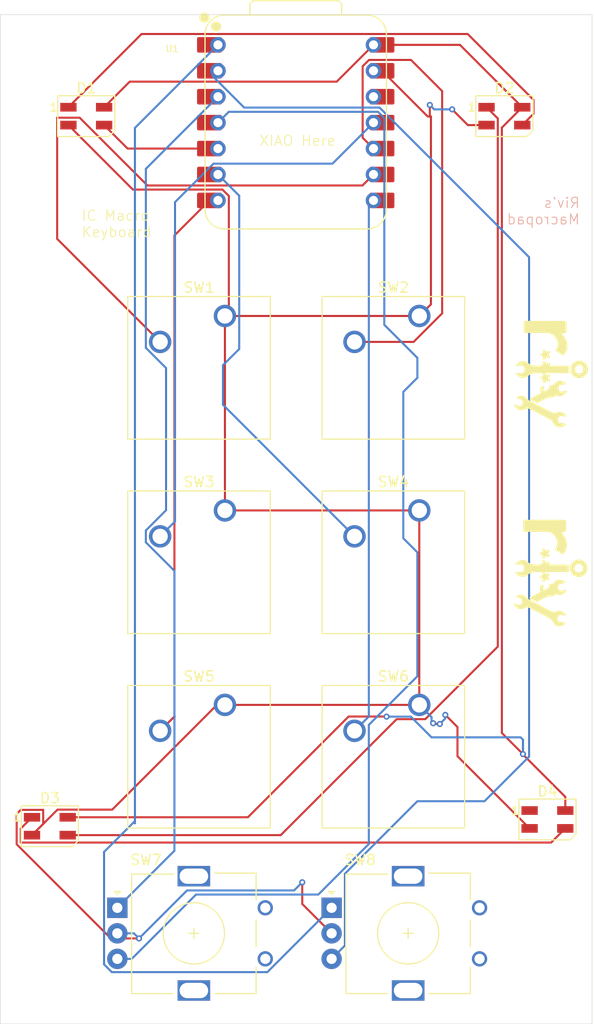
<source format=kicad_pcb>
(kicad_pcb (version 20241229) (generator "pcbnew") (generator_version "9.0")
  (layers (0 "F.Cu" signal) (2 "B.Cu" signal) (13 "F.Paste" user) (15 "B.Paste" user) (5 "F.SilkS" user "F.Silkscreen") (7 "B.SilkS" user "B.Silkscreen") (1 "F.Mask" user) (3 "B.Mask" user) (25 "Edge.Cuts" user))
  (net 0 "")
  (net 1 "+5V")
  (net 2 "GND")
  (net 3 "Net-(U1-GPIO2{slash}SCK)")
  (net 4 "Net-(U1-GPIO4{slash}MISO)")
  (net 5 "Net-(U1-GPIO7{slash}SCL)")
  (net 6 "Net-(U1-GPIO0{slash}TX)")
  (net 7 "Net-(U1-GPIO1{slash}RX)")
  (net 9 "Net-(U1-GPIO26{slash}ADC0{slash}A0)")
  (net 10 "Net-(U1-GPIO29{slash}ADC3{slash}A3)")
  (net 11 "Net-(U1-GPIO3{slash}MOSI)")
  (net 12 "Net-(D1-DIN)")
  (net 13 "Net-(D1-DOUT)")
  (net 14 "Net-(D2-DOUT)")
  (net 15 "Net-(D3-DOUT)")
  (net 17 "Net-(U1-GPIO28{slash}ADC2{slash}A2)")
  (net 18 "Net-(U1-GPIO27{slash}ADC1{slash}A1)")
  (footprint "LED_SMD:LED_SK6812MINI_PLCC4_3.5x3.5mm_P1.75mm" (layer "F.Cu") (at 182.81 48.945)
    (property "Reference" "D2" (at 0 -2.75 0) (layer "F.SilkS"))
    (property "Value" "SK6812MINI")
    (fp_text user "1" (at -3.2 -0.875 0) (layer "F.SilkS") (effects (font (size 0.8 0.8))))
    (pad "1" smd rect (at -1.75 -0.875) (size 1.6 0.85) (layers "F.Cu" "F.Mask" "F.Paste") (net 14 "Net-(D2-DOUT)"))
    (pad "2" smd rect (at -1.75 0.875) (size 1.6 0.85) (layers "F.Cu" "F.Mask" "F.Paste") (net 2 "GND"))
    (pad "3" smd rect (at 1.75 0.875) (size 1.6 0.85) (layers "F.Cu" "F.Mask" "F.Paste") (net 13 "Net-(D1-DOUT)"))
    (pad "4" smd rect (at 1.75 -0.875) (size 1.6 0.85) (layers "F.Cu" "F.Mask" "F.Paste") (net 1 "+5V"))
  )
  (footprint "Button_Switch_Keyboard:SW_Cherry_MX_1.00u_PCB" (layer "F.Cu") (at 155.42 87.57)
    (property "Reference" "SW3" (at -2.54 -2.794 0) (layer "F.SilkS"))
    (property "Value" "SW_Push")
    (pad "" np_thru_hole circle (at -7.62 5.08) (size 1.7 1.7) (drill 1.7) (layers "*.Cu" "*.Mask"))
    (pad "" np_thru_hole circle (at -2.54 5.08) (size 4 4) (drill 4) (layers "*.Cu" "*.Mask"))
    (pad "" np_thru_hole circle (at 2.54 5.08) (size 1.7 1.7) (drill 1.7) (layers "*.Cu" "*.Mask"))
    (pad "1" thru_hole circle (at 0 0) (size 2.2 2.2) (drill 1.5) (layers "*.Cu" "*.Mask") (net 2 "GND"))
    (pad "2" thru_hole circle (at -6.35 2.54) (size 2.2 2.2) (drill 1.5) (layers "*.Cu" "*.Mask") (net 11 "Net-(U1-GPIO3{slash}MOSI)"))
  )
  (footprint "Button_Switch_Keyboard:SW_Cherry_MX_1.00u_PCB" (layer "F.Cu") (at 174.47 87.57)
    (property "Reference" "SW4" (at -2.54 -2.794 0) (layer "F.SilkS"))
    (property "Value" "SW_Push")
    (pad "" np_thru_hole circle (at -7.62 5.08) (size 1.7 1.7) (drill 1.7) (layers "*.Cu" "*.Mask"))
    (pad "" np_thru_hole circle (at -2.54 5.08) (size 4 4) (drill 4) (layers "*.Cu" "*.Mask"))
    (pad "" np_thru_hole circle (at 2.54 5.08) (size 1.7 1.7) (drill 1.7) (layers "*.Cu" "*.Mask"))
    (pad "1" thru_hole circle (at 0 0) (size 2.2 2.2) (drill 1.5) (layers "*.Cu" "*.Mask") (net 2 "GND"))
    (pad "2" thru_hole circle (at -6.35 2.54) (size 2.2 2.2) (drill 1.5) (layers "*.Cu" "*.Mask") (net 5 "Net-(U1-GPIO7{slash}SCL)"))
  )
  (footprint "LOGO" (layer "F.Cu") (at 187.27 93.68 -90)
    (property "Reference" "G***" (at 0 0 90) (layer "F.SilkS") (effects (font (size 1.5 1.5) (thickness 0.3))))
    (property "Value" "LOGO" (hide yes))
  )
  (footprint "Rotary_Encoder:RotaryEncoder_Alps_EC11E_Vertical_H20mm" (layer "F.Cu") (at 165.875 126.5)
    (property "Reference" "SW8" (at 2.8 -4.7 0) (layer "F.SilkS"))
    (property "Value" "RotaryEncoder")
    (pad "" thru_hole circle (at 14.5 0) (size 1.5 1.5) (drill 1) (layers "*.Cu" "*.Mask"))
    (pad "" thru_hole circle (at 14.5 5) (size 1.5 1.5) (drill 1) (layers "*.Cu" "*.Mask"))
    (pad "A" thru_hole rect (at 0 0) (size 2 2) (drill 1) (layers "*.Cu" "*.Mask") (net 9 "Net-(U1-GPIO26{slash}ADC0{slash}A0)"))
    (pad "B" thru_hole circle (at 0 5) (size 2 2) (drill 1) (layers "*.Cu" "*.Mask") (net 18 "Net-(U1-GPIO27{slash}ADC1{slash}A1)"))
    (pad "C" thru_hole circle (at 0 2.5) (size 2 2) (drill 1) (layers "*.Cu" "*.Mask") (net 2 "GND"))
    (pad "MP" thru_hole rect (at 7.5 -3.1) (size 3.2 2) (drill oval 2.8 1.5) (layers "*.Cu" "*.Mask"))
    (pad "MP" thru_hole rect (at 7.5 8.1) (size 3.2 2) (drill oval 2.8 1.5) (layers "*.Cu" "*.Mask"))
  )
  (footprint "Button_Switch_Keyboard:SW_Cherry_MX_1.00u_PCB" (layer "F.Cu") (at 174.47 68.52)
    (property "Reference" "SW2" (at -2.54 -2.794 0) (layer "F.SilkS"))
    (property "Value" "SW_Push")
    (pad "" np_thru_hole circle (at -7.62 5.08) (size 1.7 1.7) (drill 1.7) (layers "*.Cu" "*.Mask"))
    (pad "" np_thru_hole circle (at -2.54 5.08) (size 4 4) (drill 4) (layers "*.Cu" "*.Mask"))
    (pad "" np_thru_hole circle (at 2.54 5.08) (size 1.7 1.7) (drill 1.7) (layers "*.Cu" "*.Mask"))
    (pad "1" thru_hole circle (at 0 0) (size 2.2 2.2) (drill 1.5) (layers "*.Cu" "*.Mask") (net 2 "GND"))
    (pad "2" thru_hole circle (at -6.35 2.54) (size 2.2 2.2) (drill 1.5) (layers "*.Cu" "*.Mask") (net 4 "Net-(U1-GPIO4{slash}MISO)"))
  )
  (footprint "Button_Switch_Keyboard:SW_Cherry_MX_1.00u_PCB" (layer "F.Cu") (at 174.47 106.62)
    (property "Reference" "SW6" (at -2.54 -2.794 0) (layer "F.SilkS"))
    (property "Value" "SW_Push")
    (pad "" np_thru_hole circle (at -7.62 5.08) (size 1.7 1.7) (drill 1.7) (layers "*.Cu" "*.Mask"))
    (pad "" np_thru_hole circle (at -2.54 5.08) (size 4 4) (drill 4) (layers "*.Cu" "*.Mask"))
    (pad "" np_thru_hole circle (at 2.54 5.08) (size 1.7 1.7) (drill 1.7) (layers "*.Cu" "*.Mask"))
    (pad "1" thru_hole circle (at 0 0) (size 2.2 2.2) (drill 1.5) (layers "*.Cu" "*.Mask") (net 2 "GND"))
    (pad "2" thru_hole circle (at -6.35 2.54) (size 2.2 2.2) (drill 1.5) (layers "*.Cu" "*.Mask") (net 7 "Net-(U1-GPIO1{slash}RX)"))
  )
  (footprint "LED_SMD:LED_SK6812MINI_PLCC4_3.5x3.5mm_P1.75mm" (layer "F.Cu") (at 138.26 118.505)
    (property "Reference" "D3" (at 0 -2.75 0) (layer "F.SilkS"))
    (property "Value" "SK6812MINI")
    (fp_text user "1" (at -3.2 -0.875 0) (layer "F.SilkS") (effects (font (size 0.8 0.8))))
    (pad "1" smd rect (at -1.75 -0.875) (size 1.6 0.85) (layers "F.Cu" "F.Mask" "F.Paste") (net 15 "Net-(D3-DOUT)"))
    (pad "2" smd rect (at -1.75 0.875) (size 1.6 0.85) (layers "F.Cu" "F.Mask" "F.Paste") (net 2 "GND"))
    (pad "3" smd rect (at 1.75 0.875) (size 1.6 0.85) (layers "F.Cu" "F.Mask" "F.Paste") (net 14 "Net-(D2-DOUT)"))
    (pad "4" smd rect (at 1.75 -0.875) (size 1.6 0.85) (layers "F.Cu" "F.Mask" "F.Paste") (net 1 "+5V"))
  )
  (footprint "LED_SMD:LED_SK6812MINI_PLCC4_3.5x3.5mm_P1.75mm" (layer "F.Cu") (at 187.03 117.845)
    (property "Reference" "D4" (at 0 -2.75 0) (layer "F.SilkS"))
    (property "Value" "SK6812MINI")
    (fp_text user "1" (at -3.2 -0.875 0) (layer "F.SilkS") (effects (font (size 0.8 0.8))))
    (pad "1" smd rect (at -1.75 -0.875) (size 1.6 0.85) (layers "F.Cu" "F.Mask" "F.Paste"))
    (pad "2" smd rect (at -1.75 0.875) (size 1.6 0.85) (layers "F.Cu" "F.Mask" "F.Paste") (net 2 "GND"))
    (pad "3" smd rect (at 1.75 0.875) (size 1.6 0.85) (layers "F.Cu" "F.Mask" "F.Paste") (net 15 "Net-(D3-DOUT)"))
    (pad "4" smd rect (at 1.75 -0.875) (size 1.6 0.85) (layers "F.Cu" "F.Mask" "F.Paste") (net 1 "+5V"))
  )
  (footprint "Rotary_Encoder:RotaryEncoder_Alps_EC11E_Vertical_H20mm" (layer "F.Cu") (at 144.875 126.5)
    (property "Reference" "SW7" (at 2.8 -4.7 0) (layer "F.SilkS"))
    (property "Value" "RotaryEncoder")
    (pad "" thru_hole circle (at 14.5 0) (size 1.5 1.5) (drill 1) (layers "*.Cu" "*.Mask"))
    (pad "" thru_hole circle (at 14.5 5) (size 1.5 1.5) (drill 1) (layers "*.Cu" "*.Mask"))
    (pad "A" thru_hole rect (at 0 0) (size 2 2) (drill 1) (layers "*.Cu" "*.Mask") (net 17 "Net-(U1-GPIO28{slash}ADC2{slash}A2)"))
    (pad "B" thru_hole circle (at 0 5) (size 2 2) (drill 1) (layers "*.Cu" "*.Mask") (net 10 "Net-(U1-GPIO29{slash}ADC3{slash}A3)"))
    (pad "C" thru_hole circle (at 0 2.5) (size 2 2) (drill 1) (layers "*.Cu" "*.Mask") (net 2 "GND"))
    (pad "MP" thru_hole rect (at 7.5 -3.1) (size 3.2 2) (drill oval 2.8 1.5) (layers "*.Cu" "*.Mask"))
    (pad "MP" thru_hole rect (at 7.5 8.1) (size 3.2 2) (drill oval 2.8 1.5) (layers "*.Cu" "*.Mask"))
  )
  (footprint "Button_Switch_Keyboard:SW_Cherry_MX_1.00u_PCB" (layer "F.Cu") (at 155.42 106.62)
    (property "Reference" "SW5" (at -2.54 -2.794 0) (layer "F.SilkS"))
    (property "Value" "SW_Push")
    (pad "" np_thru_hole circle (at -7.62 5.08) (size 1.7 1.7) (drill 1.7) (layers "*.Cu" "*.Mask"))
    (pad "" np_thru_hole circle (at -2.54 5.08) (size 4 4) (drill 4) (layers "*.Cu" "*.Mask"))
    (pad "" np_thru_hole circle (at 2.54 5.08) (size 1.7 1.7) (drill 1.7) (layers "*.Cu" "*.Mask"))
    (pad "1" thru_hole circle (at 0 0) (size 2.2 2.2) (drill 1.5) (layers "*.Cu" "*.Mask") (net 2 "GND"))
    (pad "2" thru_hole circle (at -6.35 2.54) (size 2.2 2.2) (drill 1.5) (layers "*.Cu" "*.Mask") (net 6 "Net-(U1-GPIO0{slash}TX)"))
  )
  (footprint "OPL:XIAO-RP2040-DIP" (layer "F.Cu") (at 162.35875 49.58)
    (property "Reference" "U1" (at -12.10875 -7.25 0) (layer "F.SilkS") (effects (font (size 0.635 0.635) (thickness 0.1016))))
    (property "Value" "XIAO-RP2040-DIP")
    (pad "1" smd roundrect (at -8.455 -7.62 180) (size 2.432 1.524) (layers "F.Cu" "F.Mask") (roundrect_rratio 0.1) (net 9 "Net-(U1-GPIO26{slash}ADC0{slash}A0)"))
    (pad "1" thru_hole circle (at -7.62 -7.62 180) (size 1.524 1.524) (drill 0.889) (layers "*.Cu" "*.Mask") (net 9 "Net-(U1-GPIO26{slash}ADC0{slash}A0)"))
    (pad "2" smd roundrect (at -8.455 -5.08 180) (size 2.432 1.524) (layers "F.Cu" "F.Mask") (roundrect_rratio 0.1) (net 18 "Net-(U1-GPIO27{slash}ADC1{slash}A1)"))
    (pad "2" thru_hole circle (at -7.62 -5.08 180) (size 1.524 1.524) (drill 0.889) (layers "*.Cu" "*.Mask") (net 18 "Net-(U1-GPIO27{slash}ADC1{slash}A1)"))
    (pad "3" smd roundrect (at -8.455 -2.54 180) (size 2.432 1.524) (layers "F.Cu" "F.Mask") (roundrect_rratio 0.1) (net 17 "Net-(U1-GPIO28{slash}ADC2{slash}A2)"))
    (pad "3" thru_hole circle (at -7.62 -2.54 180) (size 1.524 1.524) (drill 0.889) (layers "*.Cu" "*.Mask") (net 17 "Net-(U1-GPIO28{slash}ADC2{slash}A2)"))
    (pad "4" smd roundrect (at -8.455 0 180) (size 2.432 1.524) (layers "F.Cu" "F.Mask") (roundrect_rratio 0.1) (net 10 "Net-(U1-GPIO29{slash}ADC3{slash}A3)"))
    (pad "4" thru_hole circle (at -7.62 0 180) (size 1.524 1.524) (drill 0.889) (layers "*.Cu" "*.Mask") (net 10 "Net-(U1-GPIO29{slash}ADC3{slash}A3)"))
    (pad "5" smd roundrect (at -8.455 2.54 180) (size 2.432 1.524) (layers "F.Cu" "F.Mask") (roundrect_rratio 0.1) (net 12 "Net-(D1-DIN)"))
    (pad "5" thru_hole circle (at -7.62 2.54 180) (size 1.524 1.524) (drill 0.889) (layers "*.Cu" "*.Mask") (net 12 "Net-(D1-DIN)"))
    (pad "6" smd roundrect (at -8.455 5.08 180) (size 2.432 1.524) (layers "F.Cu" "F.Mask") (roundrect_rratio 0.1) (net 5 "Net-(U1-GPIO7{slash}SCL)"))
    (pad "6" thru_hole circle (at -7.62 5.08 180) (size 1.524 1.524) (drill 0.889) (layers "*.Cu" "*.Mask") (net 5 "Net-(U1-GPIO7{slash}SCL)"))
    (pad "7" smd roundrect (at -8.455 7.62 180) (size 2.432 1.524) (layers "F.Cu" "F.Mask") (roundrect_rratio 0.1) (net 6 "Net-(U1-GPIO0{slash}TX)"))
    (pad "7" thru_hole circle (at -7.62 7.62 180) (size 1.524 1.524) (drill 0.889) (layers "*.Cu" "*.Mask") (net 6 "Net-(U1-GPIO0{slash}TX)"))
    (pad "8" thru_hole circle (at 7.62 7.62) (size 1.524 1.524) (drill 0.889) (layers "*.Cu" "*.Mask") (net 7 "Net-(U1-GPIO1{slash}RX)"))
    (pad "8" smd roundrect (at 8.455 7.62) (size 2.432 1.524) (layers "F.Cu" "F.Mask") (roundrect_rratio 0.1) (net 7 "Net-(U1-GPIO1{slash}RX)"))
    (pad "9" thru_hole circle (at 7.62 5.08) (size 1.524 1.524) (drill 0.889) (layers "*.Cu" "*.Mask") (net 3 "Net-(U1-GPIO2{slash}SCK)"))
    (pad "9" smd roundrect (at 8.455 5.08) (size 2.432 1.524) (layers "F.Cu" "F.Mask") (roundrect_rratio 0.1) (net 3 "Net-(U1-GPIO2{slash}SCK)"))
    (pad "10" thru_hole circle (at 7.62 2.54) (size 1.524 1.524) (drill 0.889) (layers "*.Cu" "*.Mask") (net 4 "Net-(U1-GPIO4{slash}MISO)"))
    (pad "10" smd roundrect (at 8.455 2.54) (size 2.432 1.524) (layers "F.Cu" "F.Mask") (roundrect_rratio 0.1) (net 4 "Net-(U1-GPIO4{slash}MISO)"))
    (pad "11" thru_hole circle (at 7.62 0) (size 1.524 1.524) (drill 0.889) (layers "*.Cu" "*.Mask") (net 11 "Net-(U1-GPIO3{slash}MOSI)"))
    (pad "11" smd roundrect (at 8.455 0) (size 2.432 1.524) (layers "F.Cu" "F.Mask") (roundrect_rratio 0.1) (net 11 "Net-(U1-GPIO3{slash}MOSI)"))
    (pad "12" thru_hole circle (at 7.62 -2.54) (size 1.524 1.524) (drill 0.889) (layers "*.Cu" "*.Mask"))
    (pad "12" smd roundrect (at 8.455 -2.54) (size 2.432 1.524) (layers "F.Cu" "F.Mask") (roundrect_rratio 0.1))
    (pad "13" thru_hole circle (at 7.62 -5.08) (size 1.524 1.524) (drill 0.889) (layers "*.Cu" "*.Mask") (net 2 "GND"))
    (pad "13" smd roundrect (at 8.455 -5.08) (size 2.432 1.524) (layers "F.Cu" "F.Mask") (roundrect_rratio 0.1) (net 2 "GND"))
    (pad "14" thru_hole circle (at 7.62 -7.62) (size 1.524 1.524) (drill 0.889) (layers "*.Cu" "*.Mask") (net 1 "+5V"))
    (pad "14" smd roundrect (at 8.455 -7.62) (size 2.432 1.524) (layers "F.Cu" "F.Mask") (roundrect_rratio 0.1) (net 1 "+5V"))
  )
  (footprint "LOGO" (layer "F.Cu") (at 187.310915 74.195059 -90)
    (property "Reference" "G***" (at 0 0 90) (layer "F.SilkS") (effects (font (size 1.5 1.5) (thickness 0.3))))
    (property "Value" "LOGO" (hide yes))
  )
  (footprint "LED_SMD:LED_SK6812MINI_PLCC4_3.5x3.5mm_P1.75mm" (layer "F.Cu") (at 141.83 48.945)
    (property "Reference" "D1" (at 0 -2.75 0) (layer "F.SilkS"))
    (property "Value" "SK6812MINI")
    (fp_text user "1" (at -3.2 -0.875 0) (layer "F.SilkS") (effects (font (size 0.8 0.8))))
    (pad "1" smd rect (at -1.75 -0.875) (size 1.6 0.85) (layers "F.Cu" "F.Mask" "F.Paste") (net 13 "Net-(D1-DOUT)"))
    (pad "2" smd rect (at -1.75 0.875) (size 1.6 0.85) (layers "F.Cu" "F.Mask" "F.Paste") (net 2 "GND"))
    (pad "3" smd rect (at 1.75 0.875) (size 1.6 0.85) (layers "F.Cu" "F.Mask" "F.Paste") (net 12 "Net-(D1-DIN)"))
    (pad "4" smd rect (at 1.75 -0.875) (size 1.6 0.85) (layers "F.Cu" "F.Mask" "F.Paste") (net 1 "+5V"))
  )
  (footprint "Button_Switch_Keyboard:SW_Cherry_MX_1.00u_PCB" (layer "F.Cu") (at 155.42 68.52)
    (property "Reference" "SW1" (at -2.54 -2.794 0) (layer "F.SilkS"))
    (property "Value" "SW_Push")
    (pad "" np_thru_hole circle (at -7.62 5.08) (size 1.7 1.7) (drill 1.7) (layers "*.Cu" "*.Mask"))
    (pad "" np_thru_hole circle (at -2.54 5.08) (size 4 4) (drill 4) (layers "*.Cu" "*.Mask"))
    (pad "" np_thru_hole circle (at 2.54 5.08) (size 1.7 1.7) (drill 1.7) (layers "*.Cu" "*.Mask"))
    (pad "1" thru_hole circle (at 0 0) (size 2.2 2.2) (drill 1.5) (layers "*.Cu" "*.Mask") (net 2 "GND"))
    (pad "2" thru_hole circle (at -6.35 2.54) (size 2.2 2.2) (drill 1.5) (layers "*.Cu" "*.Mask") (net 3 "Net-(U1-GPIO2{slash}SCK)"))
  )
  (gr_rect (start 133.4 39) (end 191.4 137.86) (stroke (width 0.05)) (fill no) (layer "Edge.Cuts"))
  (gr_text "XIAO Here" (at 158.73 51.94 0) (layer "F.SilkS") (effects (font (size 1 1) (thickness 0.1)) (justify left bottom)))
  (gr_text "IC Macro\nKeyboard" (at 141.31 60.88 0) (layer "F.SilkS") (effects (font (size 1 1) (thickness 0.1)) (justify left bottom)))
  (gr_text "Riv's \nMacropad" (at 190.26 59.63 0) (layer "B.SilkS") (effects (font (size 1 1) (thickness 0.1)) (justify left bottom mirror)))
  (segment (start 143.58 48.07) (end 146.087 45.563) (width 0.2) (layer "F.Cu") (net 1))
  (segment (start 184.63 111.44) (end 184.63 111.48) (width 0.2) (layer "F.Cu") (net 1))
  (segment (start 157.668686 117.63) (end 167.539686 107.759) (width 0.2) (layer "F.Cu") (net 1))
  (segment (start 140.01 117.63) (end 157.668686 117.63) (width 0.2) (layer "F.Cu") (net 1))
  (segment (start 146.087 45.563) (end 166.37575 45.563) (width 0.2) (layer "F.Cu") (net 1))
  (segment (start 167.539686 107.759) (end 171.249 107.759) (width 0.2) (layer "F.Cu") (net 1))
  (segment (start 178.45 41.96) (end 170.81375 41.96) (width 0.2) (layer "F.Cu") (net 1))
  (segment (start 182.562 109.372) (end 184.63 111.44) (width 0.2) (layer "F.Cu") (net 1))
  (segment (start 166.37575 45.563) (end 169.97875 41.96) (width 0.2) (layer "F.Cu") (net 1))
  (segment (start 188.78 115.63) (end 188.78 116.97) (width 0.2) (layer "F.Cu") (net 1))
  (segment (start 171.249 107.759) (end 171.26 107.77) (width 0.2) (layer "F.Cu") (net 1))
  (segment (start 178.45 41.96) (end 169.97875 41.96) (width 0.2) (layer "F.Cu") (net 1))
  (segment (start 184.56 48.07) (end 178.45 41.96) (width 0.2) (layer "F.Cu") (net 1))
  (segment (start 184.56 48.07) (end 182.562 50.068) (width 0.2) (layer "F.Cu") (net 1))
  (segment (start 182.562 50.068) (end 182.562 109.372) (width 0.2) (layer "F.Cu") (net 1))
  (segment (start 184.63 111.48) (end 188.78 115.63) (width 0.2) (layer "F.Cu") (net 1))
  (via (at 171.26 107.77) (size 0.6) (drill 0.3) (layers "F.Cu" "B.Cu") (net 1))
  (via (at 184.63 111.44) (size 0.6) (drill 0.3) (layers "F.Cu" "B.Cu") (net 1))
  (segment (start 171.26 107.77) (end 173.638686 107.77) (width 0.2) (layer "B.Cu") (net 1))
  (segment (start 175.668686 109.8) (end 184.4 109.8) (width 0.2) (layer "B.Cu") (net 1))
  (segment (start 184.63 110.03) (end 184.63 111.44) (width 0.2) (layer "B.Cu") (net 1))
  (segment (start 184.4 109.8) (end 184.63 110.03) (width 0.2) (layer "B.Cu") (net 1))
  (segment (start 173.638686 107.77) (end 175.668686 109.8) (width 0.2) (layer "B.Cu") (net 1))
  (segment (start 175.28375 48.97) (end 170.81375 44.5) (width 0.2) (layer "F.Cu") (net 2))
  (segment (start 144.375184 116.88) (end 154.635184 106.62) (width 0.2) (layer "F.Cu") (net 2))
  (segment (start 147 129.5) (end 144.2359 129.5) (width 0.2) (layer "F.Cu") (net 2))
  (segment (start 175.9 108.49) (end 175.83 108.42) (width 0.2) (layer "F.Cu") (net 2))
  (segment (start 181.06 49.82) (end 179.23 49.82) (width 0.2) (layer "F.Cu") (net 2))
  (segment (start 155.80175 68.13825) (end 155.42 68.52) (width 0.2) (layer "F.Cu") (net 2))
  (segment (start 135.409 116.904) (end 137.611 116.904) (width 0.2) (layer "F.Cu") (net 2))
  (segment (start 175.5 48.99) (end 175.61 49.1) (width 0.2) (layer "F.Cu") (net 2))
  (segment (start 174.47 106.62) (end 155.42 106.62) (width 0.2) (layer "F.Cu") (net 2))
  (segment (start 178.211 108.791) (end 177.02 107.6) (width 0.2) (layer "F.Cu") (net 2))
  (segment (start 155.42 68.39) (end 155.44 68.37) (width 0.2) (layer "F.Cu") (net 2))
  (segment (start 175.61 49.1) (end 175.61 67.38) (width 0.2) (layer "F.Cu") (net 2))
  (segment (start 155.80175 56.75969) (end 155.80175 68.13825) (width 0.2) (layer "F.Cu") (net 2))
  (segment (start 146.397 56.137) (end 155.17906 56.137) (width 0.2) (layer "F.Cu") (net 2))
  (segment (start 137.611 118.279) (end 136.51 119.38) (width 0.2) (layer "F.Cu") (net 2))
  (segment (start 174.47 68.52) (end 155.42 68.52) (width 0.2) (layer "F.Cu") (net 2))
  (segment (start 155.17906 56.137) (end 155.80175 56.75969) (width 0.2) (layer "F.Cu") (net 2))
  (segment (start 142 116.88) (end 144.375184 116.88) (width 0.2) (layer "F.Cu") (net 2))
  (segment (start 175.5 47.85) (end 175.5 48.99) (width 0.2) (layer "F.Cu") (net 2))
  (segment (start 175.61 48.97) (end 175.61 49.1) (width 0.2) (layer "F.Cu") (net 2))
  (segment (start 154.635184 106.62) (end 155.42 106.62) (width 0.2) (layer "F.Cu") (net 2))
  (segment (start 163 124) (end 163 126.125) (width 0.2) (layer "F.Cu") (net 2))
  (segment (start 175.61 67.38) (end 174.47 68.52) (width 0.2) (layer "F.Cu") (net 2))
  (segment (start 169.97875 44.5) (end 171.14 44.5) (width 0.2) (layer "F.Cu") (net 2))
  (segment (start 175.61 48.97) (end 175.28375 48.97) (width 0.2) (layer "F.Cu") (net 2))
  (segment (start 139.01 116.88) (end 142 116.88) (width 0.2) (layer "F.Cu") (net 2))
  (segment (start 144.2359 129.5) (end 135.008 120.2721) (width 0.2) (layer "F.Cu") (net 2))
  (segment (start 155.42 87.57) (end 174.47 87.57) (width 0.2) (layer "F.Cu") (net 2))
  (segment (start 137.611 116.904) (end 137.611 118.279) (width 0.2) (layer "F.Cu") (net 2))
  (segment (start 179.23 49.82) (end 177.69 48.28) (width 0.2) (layer "F.Cu") (net 2))
  (segment (start 163 126.125) (end 165.875 129) (width 0.2) (layer "F.Cu") (net 2))
  (segment (start 135.008 120.2721) (end 135.008 117.305) (width 0.2) (layer "F.Cu") (net 2))
  (segment (start 155.42 68.52) (end 155.42 68.39) (width 0.2) (layer "F.Cu") (net 2))
  (segment (start 136.51 119.38) (end 139.01 116.88) (width 0.2) (layer "F.Cu") (net 2))
  (segment (start 135.008 117.305) (end 135.409 116.904) (width 0.2) (layer "F.Cu") (net 2))
  (segment (start 155.42 68.52) (end 155.42 87.57) (width 0.2) (layer "F.Cu") (net 2))
  (segment (start 176.48 108.49) (end 175.9 108.49) (width 0.2) (layer "F.Cu") (net 2))
  (segment (start 174.47 87.57) (end 174.47 106.62) (width 0.2) (layer "F.Cu") (net 2))
  (segment (start 185.28 118.72) (end 178.211 111.651) (width 0.2) (layer "F.Cu") (net 2))
  (segment (start 178.211 111.651) (end 178.211 108.791) (width 0.2) (layer "F.Cu") (net 2))
  (segment (start 140.08 49.82) (end 146.397 56.137) (width 0.2) (layer "F.Cu") (net 2))
  (via (at 175.83 108.42) (size 0.6) (drill 0.3) (layers "F.Cu" "B.Cu") (net 2))
  (via (at 176.48 108.49) (size 0.6) (drill 0.3) (layers "F.Cu" "B.Cu") (net 2))
  (via (at 177.69 48.28) (size 0.6) (drill 0.3) (layers "F.Cu" "B.Cu") (net 2))
  (via (at 147 129.5) (size 0.6) (drill 0.3) (layers "F.Cu" "B.Cu") (net 2))
  (via (at 177.02 107.6) (size 0.6) (drill 0.3) (layers "F.Cu" "B.Cu") (net 2))
  (via (at 163 124) (size 0.6) (drill 0.3) (layers "F.Cu" "B.Cu") (net 2))
  (via (at 175.5 47.85) (size 0.6) (drill 0.3) (layers "F.Cu" "B.Cu") (net 2))
  (segment (start 162.202 124.798) (end 163 124) (width 0.2) (layer "B.Cu") (net 2))
  (segment (start 175.93 48.28) (end 175.5 47.85) (width 0.2) (layer "B.Cu") (net 2))
  (segment (start 175.67 107.82) (end 174.47 106.62) (width 0.2) (layer "B.Cu") (net 2))
  (segment (start 146.5 129) (end 147 129.5) (width 0.2) (layer "B.Cu") (net 2))
  (segment (start 177.02 107.6) (end 177.02 107.95) (width 0.2) (layer "B.Cu") (net 2))
  (segment (start 147 129.5) (end 151.702 124.798) (width 0.2) (layer "B.Cu") (net 2))
  (segment (start 175.67 108.26) (end 175.67 107.82) (width 0.2) (layer "B.Cu") (net 2))
  (segment (start 175.83 108.42) (end 175.67 108.26) (width 0.2) (layer "B.Cu") (net 2))
  (segment (start 144.875 129) (end 146.5 129) (width 0.2) (layer "B.Cu") (net 2))
  (segment (start 177.69 48.28) (end 175.93 48.28) (width 0.2) (layer "B.Cu") (net 2))
  (segment (start 177.02 107.95) (end 176.48 108.49) (width 0.2) (layer "B.Cu") (net 2))
  (segment (start 151.702 124.798) (end 162.202 124.798) (width 0.2) (layer "B.Cu") (net 2))
  (segment (start 168.90275 55.736) (end 169.97875 54.66) (width 0.2) (layer "F.Cu") (net 3))
  (segment (start 149.07 71.06) (end 138.979 60.969) (width 0.2) (layer "F.Cu") (net 3))
  (segment (start 147.823 55.736) (end 168.90275 55.736) (width 0.2) (layer "F.Cu") (net 3))
  (segment (start 141.181 49.094) (end 147.823 55.736) (width 0.2) (layer "F.Cu") (net 3))
  (segment (start 138.979 60.969) (end 138.979 49.094) (width 0.2) (layer "F.Cu") (net 3))
  (segment (start 138.979 49.094) (end 141.181 49.094) (width 0.2) (layer "F.Cu") (net 3))
  (segment (start 176.711 68.260314) (end 176.711 46.494) (width 0.2) (layer "F.Cu") (net 4))
  (segment (start 173.654 43.437) (end 169.53844 43.437) (width 0.2) (layer "F.Cu") (net 4))
  (segment (start 173.911314 71.06) (end 176.711 68.260314) (width 0.2) (layer "F.Cu") (net 4))
  (segment (start 168.91575 44.05969) (end 168.91575 51.057) (width 0.2) (layer "F.Cu") (net 4))
  (segment (start 168.12 71.06) (end 173.911314 71.06) (width 0.2) (layer "F.Cu") (net 4))
  (segment (start 169.53844 43.437) (end 168.91575 44.05969) (width 0.2) (layer "F.Cu") (net 4))
  (segment (start 168.91575 51.057) (end 169.97875 52.12) (width 0.2) (layer "F.Cu") (net 4))
  (segment (start 176.711 46.494) (end 173.654 43.437) (width 0.2) (layer "F.Cu") (net 4))
  (segment (start 156.821 71.751) (end 155.231 73.341) (width 0.2) (layer "B.Cu") (net 5))
  (segment (start 156.821 56.74225) (end 156.821 71.751) (width 0.2) (layer "B.Cu") (net 5))
  (segment (start 155.231 77.221) (end 168.12 90.11) (width 0.2) (layer "B.Cu") (net 5))
  (segment (start 154.73875 54.66) (end 156.821 56.74225) (width 0.2) (layer "B.Cu") (net 5))
  (segment (start 155.231 73.341) (end 155.231 77.221) (width 0.2) (layer "B.Cu") (net 5))
  (segment (start 150.115 108.115) (end 150.471 107.759) (width 0.2) (layer "F.Cu") (net 6))
  (segment (start 149.07 109.16) (end 150.115 108.115) (width 0.2) (layer "F.Cu") (net 6))
  (segment (start 150.471 60.63275) (end 153.90375 57.2) (width 0.2) (layer "F.Cu") (net 6))
  (segment (start 150.115 108.115) (end 150.5 107.73) (width 0.2) (layer "F.Cu") (net 6))
  (segment (start 150.471 107.759) (end 150.471 60.63275) (width 0.2) (layer "F.Cu") (net 6))
  (segment (start 169.521 57.65775) (end 169.521 107.759) (width 0.2) (layer "B.Cu") (net 7))
  (segment (start 169.97875 57.2) (end 169.521 57.65775) (width 0.2) (layer "B.Cu") (net 7))
  (segment (start 169.521 107.759) (end 168.12 109.16) (width 0.2) (layer "B.Cu") (net 7))
  (segment (start 165.875 126.5) (end 159.574 132.801) (width 0.2) (layer "B.Cu") (net 9))
  (segment (start 143.574 132.038892) (end 143.574 121.025) (width 0.2) (layer "B.Cu") (net 9))
  (segment (start 146.599 118.224) (end 146.599 118) (width 0.2) (layer "B.Cu") (net 9))
  (segment (start 146.599 50.09975) (end 154.73875 41.96) (width 0.2) (layer "B.Cu") (net 9))
  (segment (start 146.599 118) (end 146.599 50.09975) (width 0.2) (layer "B.Cu") (net 9))
  (segment (start 159.574 132.801) (end 144.336108 132.801) (width 0.2) (layer "B.Cu") (net 9))
  (segment (start 143.574 121.025) (end 146.599 118) (width 0.2) (layer "B.Cu") (net 9))
  (segment (start 144.336108 132.801) (end 143.574 132.038892) (width 0.2) (layer "B.Cu") (net 9))
  (segment (start 171.04175 69.386934) (end 171.04175 49.13969) (width 0.2) (layer "B.Cu") (net 10))
  (segment (start 169.521 120.252) (end 169.521 108.579686) (width 0.2) (layer "B.Cu") (net 10))
  (segment (start 170.41906 48.517) (end 155.80175 48.517) (width 0.2) (layer "B.Cu") (net 10))
  (segment (start 172.903816 75.951) (end 174.281 74.573816) (width 0.2) (layer "B.Cu") (net 10))
  (segment (start 152.590213 125.199) (end 164.574 125.199) (width 0.2) (layer "B.Cu") (net 10))
  (segment (start 174.281 91.676184) (end 172.903816 90.299) (width 0.2) (layer "B.Cu") (net 10))
  (segment (start 174.281 74.573816) (end 174.281 72.626184) (width 0.2) (layer "B.Cu") (net 10))
  (segment (start 155.80175 48.517) (end 154.73875 49.58) (width 0.2) (layer "B.Cu") (net 10))
  (segment (start 146.289213 131.5) (end 152.590213 125.199) (width 0.2) (layer "B.Cu") (net 10))
  (segment (start 174.281 103.819686) (end 174.281 91.676184) (width 0.2) (layer "B.Cu") (net 10))
  (segment (start 171.04175 49.13969) (end 170.41906 48.517) (width 0.2) (layer "B.Cu") (net 10))
  (segment (start 174.281 72.626184) (end 171.04175 69.386934) (width 0.2) (layer "B.Cu") (net 10))
  (segment (start 169.521 108.579686) (end 174.281 103.819686) (width 0.2) (layer "B.Cu") (net 10))
  (segment (start 172.903816 90.299) (end 172.903816 75.951) (width 0.2) (layer "B.Cu") (net 10))
  (segment (start 144.875 131.5) (end 146.289213 131.5) (width 0.2) (layer "B.Cu") (net 10))
  (segment (start 164.574 125.199) (end 169.521 120.252) (width 0.2) (layer "B.Cu") (net 10))
  (segment (start 150.529 88.651) (end 150.529 57.36644) (width 0.2) (layer "B.Cu") (net 11))
  (segment (start 149.07 90.11) (end 150.529 88.651) (width 0.2) (layer "B.Cu") (net 11))
  (segment (start 154.29844 53.597) (end 165.96175 53.597) (width 0.2) (layer "B.Cu") (net 11))
  (segment (start 165.96175 53.597) (end 169.97875 49.58) (width 0.2) (layer "B.Cu") (net 11))
  (segment (start 150.529 57.36644) (end 154.29844 53.597) (width 0.2) (layer "B.Cu") (net 11))
  (segment (start 145.88 52.12) (end 154.73875 52.12) (width 0.2) (layer "F.Cu") (net 12))
  (segment (start 143.58 49.82) (end 145.88 52.12) (width 0.2) (layer "F.Cu") (net 12))
  (segment (start 147.253 40.897) (end 179.214 40.897) (width 0.2) (layer "F.Cu") (net 13))
  (segment (start 185.661 47.344) (end 185.661 48.719) (width 0.2) (layer "F.Cu") (net 13))
  (segment (start 140.08 48.07) (end 147.253 40.897) (width 0.2) (layer "F.Cu") (net 13))
  (segment (start 179.214 40.897) (end 185.661 47.344) (width 0.2) (layer "F.Cu") (net 13))
  (segment (start 185.661 48.719) (end 184.56 49.82) (width 0.2) (layer "F.Cu") (net 13))
  (segment (start 182.161 100.910314) (end 175.050314 108.021) (width 0.2) (layer "F.Cu") (net 14))
  (segment (start 182.161 49.171) (end 182.161 100.910314) (width 0.2) (layer "F.Cu") (net 14))
  (segment (start 175.050314 108.021) (end 172.248314 108.021) (width 0.2) (layer "F.Cu") (net 14))
  (segment (start 181.06 48.07) (end 182.161 49.171) (width 0.2) (layer "F.Cu") (net 14))
  (segment (start 160.889314 119.38) (end 140.01 119.38) (width 0.2) (layer "F.Cu") (net 14))
  (segment (start 172.248314 108.021) (end 160.889314 119.38) (width 0.2) (layer "F.Cu") (net 14))
  (segment (start 135.409 118.731) (end 135.409 120.106) (width 0.2) (layer "F.Cu") (net 15))
  (segment (start 187.394 120.106) (end 188.78 118.72) (width 0.2) (layer "F.Cu") (net 15))
  (segment (start 135.409 120.106) (end 187.394 120.106) (width 0.2) (layer "F.Cu") (net 15))
  (segment (start 136.51 117.63) (end 135.409 118.731) (width 0.2) (layer "F.Cu") (net 15))
  (segment (start 150.471 120.904) (end 150.471 93.492314) (width 0.2) (layer "B.Cu") (net 17))
  (segment (start 147.669 89.529686) (end 149.650314 87.548372) (width 0.2) (layer "B.Cu") (net 17))
  (segment (start 150.471 93.492314) (end 147.669 90.690314) (width 0.2) (layer "B.Cu") (net 17))
  (segment (start 147.669 54.10975) (end 154.73875 47.04) (width 0.2) (layer "B.Cu") (net 17))
  (segment (start 149.650314 73.621628) (end 147.669 71.640314) (width 0.2) (layer "B.Cu") (net 17))
  (segment (start 147.669 90.690314) (end 147.669 89.529686) (width 0.2) (layer "B.Cu") (net 17))
  (segment (start 144.875 126.5) (end 150.471 120.904) (width 0.2) (layer "B.Cu") (net 17))
  (segment (start 149.650314 87.548372) (end 149.650314 73.621628) (width 0.2) (layer "B.Cu") (net 17))
  (segment (start 147.669 71.640314) (end 147.669 54.10975) (width 0.2) (layer "B.Cu") (net 17))
  (segment (start 174.281 116.0591) (end 180.860843 116.0591) (width 0.2) (layer "B.Cu") (net 18))
  (segment (start 185.231 111.688943) (end 185.231 62.76184) (width 0.2) (layer "B.Cu") (net 18))
  (segment (start 154.20206 45) (end 154.23875 45) (width 0.2) (layer "B.Cu") (net 18))
  (segment (start 157.30506 48.103) (end 154.20206 45) (width 0.2) (layer "B.Cu") (net 18))
  (segment (start 167.176 123.1641) (end 174.281 116.0591) (width 0.2) (layer "B.Cu") (net 18))
  (segment (start 180.860843 116.0591) (end 185.231 111.688943) (width 0.2) (layer "B.Cu") (net 18))
  (segment (start 167.176 130.199) (end 167.176 123.1641) (width 0.2) (layer "B.Cu") (net 18))
  (segment (start 154.23875 45) (end 154.73875 44.5) (width 0.2) (layer "B.Cu") (net 18))
  (segment (start 170.57216 48.103) (end 157.30506 48.103) (width 0.2) (layer "B.Cu") (net 18))
  (segment (start 185.231 62.76184) (end 170.57216 48.103) (width 0.2) (layer "B.Cu") (net 18))
  (segment (start 165.875 131.5) (end 167.176 130.199) (width 0.2) (layer "B.Cu") (net 18))
)
</source>
